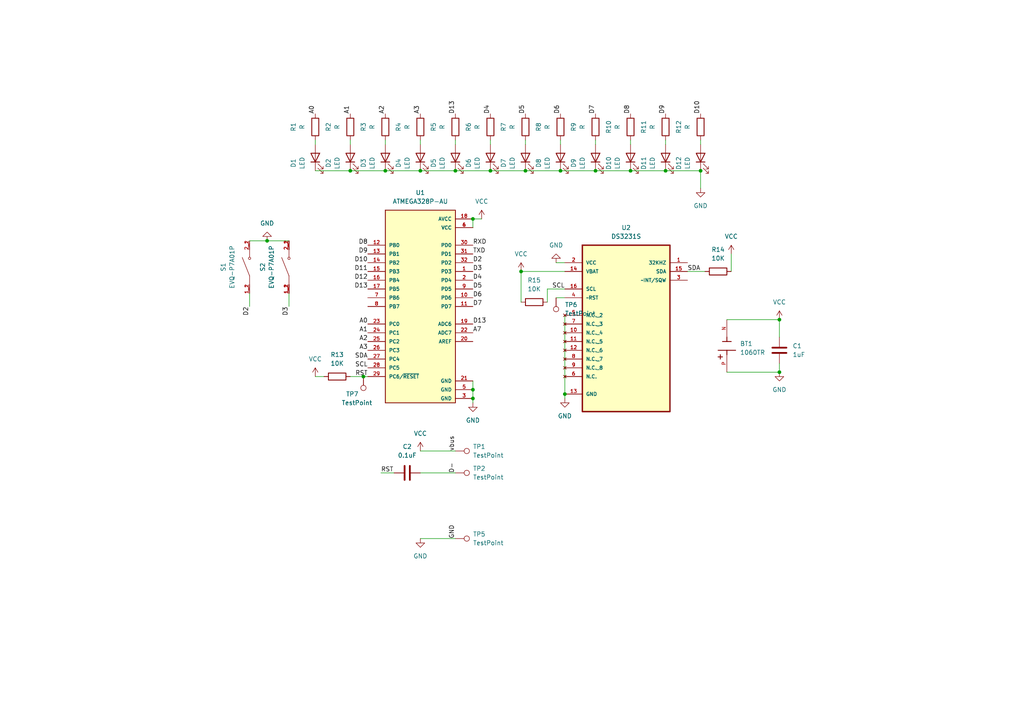
<source format=kicad_sch>
(kicad_sch (version 20230121) (generator eeschema)
  (paper "A4")
  (lib_symbols
    (symbol "Connector:TestPoint" (pin_numbers hide) (pin_names (offset 0.762) hide)
      (property "Reference" "TP" (at 0 6.858 0))
      (property "Value" "TestPoint" (at 0 5.08 0))
      (symbol "TestPoint_0_1"
        (circle (center 0 3.302) (radius 0.762))
      )
      (symbol "TestPoint_1_1"
        (pin passive line (at 0 0 90) (length 2.54) (name "1") (number "1"))
      )
    )
    (symbol "Device:C" (pin_numbers hide) (pin_names (offset 0.254))
      (property "Reference" "C" (at 0.635 2.54 0))
      (property "Value" "C" (at 0.635 -2.54 0))
      (symbol "C_0_1"
        (polyline (pts (xy -2.032 -0.762) (xy 2.032 -0.762)) (stroke (width 0.508)))
        (polyline (pts (xy -2.032 0.762) (xy 2.032 0.762)) (stroke (width 0.508)))
      )
      (symbol "C_1_1"
        (pin passive line (at 0 3.81 270) (length 2.794) (name "~") (number "1"))
        (pin passive line (at 0 -3.81 90) (length 2.794) (name "~") (number "2"))
      )
    )
    (symbol "Device:LED" (pin_numbers hide) (pin_names (offset 1.016) hide)
      (property "Reference" "D" (at 0 2.54 0))
      (property "Value" "LED" (at 0 -2.54 0))
      (symbol "LED_0_1"
        (polyline (pts (xy -1.27 -1.27) (xy -1.27 1.27)) (stroke (width 0.254)))
        (polyline (pts (xy -1.27 0) (xy 1.27 0)))
        (polyline (pts (xy 1.27 -1.27) (xy 1.27 1.27) (xy -1.27 0) (xy 1.27 -1.27)) (stroke (width 0.254)))
        (polyline (pts (xy -3.048 -0.762) (xy -4.572 -2.286) (xy -3.81 -2.286) (xy -4.572 -2.286) (xy -4.572 -1.524)))
        (polyline (pts (xy -1.778 -0.762) (xy -3.302 -2.286) (xy -2.54 -2.286) (xy -3.302 -2.286) (xy -3.302 -1.524)))
      )
      (symbol "LED_1_1"
        (pin passive line (at -3.81 0 0) (length 2.54) (name "K") (number "1"))
        (pin passive line (at 3.81 0 180) (length 2.54) (name "A") (number "2"))
      )
    )
    (symbol "Device:R" (pin_numbers hide) (pin_names (offset 0))
      (property "Reference" "R" (at 2.032 0 90))
      (property "Value" "R" (at 0 0 90))
      (symbol "R_0_1"
        (rectangle (start -1.016 -2.54) (end 1.016 2.54) (stroke (width 0.254)))
      )
      (symbol "R_1_1"
        (pin passive line (at 0 3.81 270) (length 1.27) (name "~") (number "1"))
        (pin passive line (at 0 -3.81 90) (length 1.27) (name "~") (number "2"))
      )
    )
    (symbol "IO_watch_cat_ball:1060TR" (pin_names (offset 1.016))
      (property "Reference" "BT" (at -3.81 3.81 0))
      (property "Value" "1060TR" (at -3.81 -5.08 0))
      (symbol "1060TR_0_0"
        (polyline (pts (xy -3.81 1.905) (xy -2.54 1.905)) (stroke (width 0.254)))
        (polyline (pts (xy -3.175 2.54) (xy -3.175 1.27)) (stroke (width 0.254)))
        (polyline (pts (xy -1.27 0) (xy -2.54 0)) (stroke (width 0.254)))
        (polyline (pts (xy -1.27 0) (xy -1.27 -2.54)) (stroke (width 0.254)))
        (polyline (pts (xy -1.27 2.54) (xy -1.27 0)) (stroke (width 0.254)))
        (polyline (pts (xy 1.27 0) (xy 1.27 -1.27)) (stroke (width 0.254)))
        (polyline (pts (xy 1.27 0) (xy 2.54 0)) (stroke (width 0.254)))
        (polyline (pts (xy 1.27 1.27) (xy 1.27 0)) (stroke (width 0.254)))
        (pin passive line (at 7.62 0 180) (length 5.08) (name "~") (number "N"))
        (pin passive line (at -7.62 0 0) (length 5.08) (name "~") (number "P"))
      )
    )
    (symbol "IO_watch_cat_ball:ATMEGA328P-AU" (pin_names (offset 1.016))
      (property "Reference" "U" (at -10.1755 29.2546 0))
      (property "Value" "ATMEGA328P-AU" (at -10.1669 -31.7714 0))
      (symbol "ATMEGA328P-AU_0_0"
        (rectangle (start -10.16 -27.94) (end 10.16 27.94) (stroke (width 0.254)) (fill (type background)))
        (pin bidirectional line (at 15.24 10.16 180) (length 5.08) (name "PD3") (number "1"))
        (pin bidirectional line (at 15.24 2.54 180) (length 5.08) (name "PD6") (number "10"))
        (pin bidirectional line (at 15.24 0 180) (length 5.08) (name "PD7") (number "11"))
        (pin bidirectional line (at -15.24 17.78 0) (length 5.08) (name "PB0") (number "12"))
        (pin bidirectional line (at -15.24 15.24 0) (length 5.08) (name "PB1") (number "13"))
        (pin bidirectional line (at -15.24 12.7 0) (length 5.08) (name "PB2") (number "14"))
        (pin bidirectional line (at -15.24 10.16 0) (length 5.08) (name "PB3") (number "15"))
        (pin bidirectional line (at -15.24 7.62 0) (length 5.08) (name "PB4") (number "16"))
        (pin bidirectional line (at -15.24 5.08 0) (length 5.08) (name "PB5") (number "17"))
        (pin power_in line (at 15.24 25.4 180) (length 5.08) (name "AVCC") (number "18"))
        (pin bidirectional line (at 15.24 -5.08 180) (length 5.08) (name "ADC6") (number "19"))
        (pin bidirectional line (at 15.24 7.62 180) (length 5.08) (name "PD4") (number "2"))
        (pin input line (at 15.24 -10.16 180) (length 5.08) (name "AREF") (number "20"))
        (pin bidirectional line (at 15.24 -7.62 180) (length 5.08) (name "ADC7") (number "22"))
        (pin bidirectional line (at -15.24 -5.08 0) (length 5.08) (name "PC0") (number "23"))
        (pin bidirectional line (at -15.24 -7.62 0) (length 5.08) (name "PC1") (number "24"))
        (pin bidirectional line (at -15.24 -10.16 0) (length 5.08) (name "PC2") (number "25"))
        (pin bidirectional line (at -15.24 -12.7 0) (length 5.08) (name "PC3") (number "26"))
        (pin bidirectional line (at -15.24 -15.24 0) (length 5.08) (name "PC4") (number "27"))
        (pin bidirectional line (at -15.24 -17.78 0) (length 5.08) (name "PC5") (number "28"))
        (pin bidirectional line (at -15.24 -20.32 0) (length 5.08) (name "PC6/~{RESET}") (number "29"))
        (pin power_in line (at 15.24 -26.67 180) (length 5.08) (name "GND") (number "3"))
        (pin bidirectional line (at 15.24 17.78 180) (length 5.08) (name "PD0") (number "30"))
        (pin bidirectional line (at 15.24 15.24 180) (length 5.08) (name "PD1") (number "31"))
        (pin bidirectional line (at 15.24 12.7 180) (length 5.08) (name "PD2") (number "32"))
        (pin power_in line (at 15.24 22.86 180) (length 5.08) (name "VCC") (number "4"))
        (pin power_in line (at 15.24 -24.13 180) (length 5.08) (name "GND") (number "5"))
        (pin power_in line (at 15.24 22.86 180) (length 5.08) (name "VCC") (number "6"))
        (pin bidirectional line (at -15.24 2.54 0) (length 5.08) (name "PB6") (number "7"))
        (pin bidirectional line (at -15.24 0 0) (length 5.08) (name "PB7") (number "8"))
        (pin bidirectional line (at 15.24 5.08 180) (length 5.08) (name "PD5") (number "9"))
      )
      (symbol "ATMEGA328P-AU_1_0"
        (pin power_in line (at 15.24 -21.59 180) (length 5.08) (name "GND") (number "21"))
      )
    )
    (symbol "IO_watch_cat_ball:DS3231S" (pin_names (offset 1.016))
      (property "Reference" "U" (at -4.8776 22.6099 0))
      (property "Value" "DS3231S" (at -4.8528 -31.1243 0))
      (symbol "DS3231S_0_0"
        (rectangle (start -12.7 -27.94) (end 12.7 20.32) (stroke (width 0.4064)) (fill (type background)))
        (pin output line (at 17.78 15.24 180) (length 5.08) (name "32KHZ") (number "1"))
        (pin no_connect line (at -17.78 -5.08 0) (length 5.08) (name "N.C._4") (number "10"))
        (pin no_connect line (at -17.78 -7.62 0) (length 5.08) (name "N.C._5") (number "11"))
        (pin no_connect line (at -17.78 -10.16 0) (length 5.08) (name "N.C._6") (number "12"))
        (pin passive line (at -17.78 -22.86 0) (length 5.08) (name "GND") (number "13"))
        (pin power_in line (at -17.78 12.7 0) (length 5.08) (name "VBAT") (number "14"))
        (pin bidirectional line (at 17.78 12.7 180) (length 5.08) (name "SDA") (number "15"))
        (pin input line (at -17.78 7.62 0) (length 5.08) (name "SCL") (number "16"))
        (pin power_in line (at -17.78 15.24 0) (length 5.08) (name "VCC") (number "2"))
        (pin output line (at 17.78 10.16 180) (length 5.08) (name "~INT/SQW") (number "3"))
        (pin bidirectional line (at -17.78 5.08 0) (length 5.08) (name "~RST") (number "4"))
        (pin no_connect line (at -17.78 0 0) (length 5.08) (name "N.C._2") (number "5"))
        (pin no_connect line (at -17.78 -17.78 0) (length 5.08) (name "N.C.") (number "6"))
        (pin no_connect line (at -17.78 -2.54 0) (length 5.08) (name "N.C._3") (number "7"))
        (pin no_connect line (at -17.78 -12.7 0) (length 5.08) (name "N.C._7") (number "8"))
        (pin no_connect line (at -17.78 -15.24 0) (length 5.08) (name "N.C._8") (number "9"))
      )
    )
    (symbol "IO_watch_cat_ball:EVQ-P7A01P" (pin_names (offset 1.016))
      (property "Reference" "S" (at -2.54 2.54 0))
      (property "Value" "EVQ-P7A01P" (at -2.54 -2.54 0))
      (symbol "EVQ-P7A01P_0_0"
        (polyline (pts (xy -2.54 0) (xy -5.08 0)) (stroke (width 0.1524)))
        (polyline (pts (xy 5.08 0) (xy 2.921 0)) (stroke (width 0.1524)))
        (circle (center 2.54 0) (radius 0.3302) (stroke (width 0.1524)))
        (pin passive line (at -7.62 0 0) (length 2.54) (name "~") (number "1_1"))
        (pin passive line (at -7.62 0 0) (length 2.54) (name "~") (number "1_2"))
        (pin passive line (at 7.62 0 180) (length 2.54) (name "~") (number "2_1"))
        (pin passive line (at 7.62 0 180) (length 2.54) (name "~") (number "2_2"))
      )
      (symbol "EVQ-P7A01P_1_0"
        (polyline (pts (xy -2.54 0) (xy 2.794 2.1336)) (stroke (width 0.1524)))
      )
    )
    (symbol "power:GND" (power) (pin_names (offset 0))
      (property "Value" "GND" (at 0 -3.81 0))
      (symbol "GND_0_1"
        (polyline (pts (xy 0 0) (xy 0 -1.27) (xy 1.27 -1.27) (xy 0 -2.54) (xy -1.27 -1.27) (xy 0 -1.27)))
      )
      (symbol "GND_1_1"
        (pin power_in line (at 0 0 270) (length 0) hide (name "GND") (number "1"))
      )
    )
    (symbol "power:VCC" (power) (pin_names (offset 0))
      (property "Value" "VCC" (at 0 3.81 0))
      (symbol "VCC_0_1"
        (polyline (pts (xy -0.762 1.27) (xy 0 2.54)))
        (polyline (pts (xy 0 0) (xy 0 2.54)))
        (polyline (pts (xy 0 2.54) (xy 0.762 1.27)))
      )
      (symbol "VCC_1_1"
        (pin power_in line (at 0 0 90) (length 0) hide (name "VCC") (number "1"))
      )
    )
  )
  (junction (at 193.04 49.53))
  (junction (at 137.16 63.5))
  (junction (at 105.41 109.22))
  (junction (at 226.06 107.95))
  (junction (at 132.08 49.53))
  (junction (at 121.92 49.53))
  (junction (at 137.16 113.03))
  (junction (at 226.06 92.71))
  (junction (at 101.6 49.53))
  (junction (at 182.88 49.53))
  (junction (at 151.13 78.74))
  (junction (at 111.76 49.53))
  (junction (at 137.16 115.57))
  (junction (at 152.4 49.53))
  (junction (at 142.24 49.53))
  (junction (at 162.56 49.53))
  (junction (at 163.83 114.3))
  (junction (at 172.72 49.53))
  (junction (at 77.47 69.85))
  (junction (at 203.2 49.53))
  (wire (pts (xy 91.44 49.53) (xy 101.6 49.53)))
  (wire (pts (xy 151.13 78.74) (xy 163.83 78.74)))
  (wire (pts (xy 91.44 40.64) (xy 91.44 41.91)))
  (wire (pts (xy 137.16 110.49) (xy 137.16 113.03)))
  (wire (pts (xy 151.13 78.74) (xy 151.13 87.63)))
  (wire (pts (xy 152.4 40.64) (xy 152.4 41.91)))
  (wire (pts (xy 158.75 87.63) (xy 158.75 83.82)))
  (wire (pts (xy 199.39 78.74) (xy 204.47 78.74)))
  (wire (pts (xy 182.88 40.64) (xy 182.88 41.91)))
  (wire (pts (xy 210.82 92.71) (xy 226.06 92.71)))
  (wire (pts (xy 193.04 49.53) (xy 203.2 49.53)))
  (wire (pts (xy 163.83 114.3) (xy 163.83 115.57)))
  (wire (pts (xy 137.16 113.03) (xy 137.16 115.57)))
  (wire (pts (xy 121.92 156.21) (xy 132.08 156.21)))
  (wire (pts (xy 121.92 137.16) (xy 132.08 137.16)))
  (wire (pts (xy 142.24 40.64) (xy 142.24 41.91)))
  (wire (pts (xy 77.47 69.85) (xy 83.82 69.85)))
  (wire (pts (xy 132.08 40.64) (xy 132.08 41.91)))
  (wire (pts (xy 226.06 107.95) (xy 226.06 105.41)))
  (wire (pts (xy 203.2 49.53) (xy 203.2 54.61)))
  (wire (pts (xy 111.76 49.53) (xy 121.92 49.53)))
  (wire (pts (xy 101.6 40.64) (xy 101.6 41.91)))
  (wire (pts (xy 162.56 40.64) (xy 162.56 41.91)))
  (wire (pts (xy 132.08 49.53) (xy 142.24 49.53)))
  (wire (pts (xy 210.82 107.95) (xy 226.06 107.95)))
  (wire (pts (xy 182.88 49.53) (xy 193.04 49.53)))
  (wire (pts (xy 137.16 63.5) (xy 137.16 66.04)))
  (wire (pts (xy 152.4 49.53) (xy 162.56 49.53)))
  (wire (pts (xy 111.76 40.64) (xy 111.76 41.91)))
  (wire (pts (xy 110.49 137.16) (xy 114.3 137.16)))
  (wire (pts (xy 212.09 73.66) (xy 212.09 78.74)))
  (wire (pts (xy 91.44 109.22) (xy 93.98 109.22)))
  (wire (pts (xy 158.75 83.82) (xy 163.83 83.82)))
  (wire (pts (xy 226.06 92.71) (xy 226.06 97.79)))
  (wire (pts (xy 162.56 49.53) (xy 172.72 49.53)))
  (wire (pts (xy 121.92 130.81) (xy 132.08 130.81)))
  (wire (pts (xy 72.39 85.09) (xy 72.39 88.9)))
  (wire (pts (xy 83.82 85.09) (xy 83.82 88.9)))
  (wire (pts (xy 101.6 49.53) (xy 111.76 49.53)))
  (wire (pts (xy 121.92 40.64) (xy 121.92 41.91)))
  (wire (pts (xy 172.72 40.64) (xy 172.72 41.91)))
  (wire (pts (xy 72.39 69.85) (xy 77.47 69.85)))
  (wire (pts (xy 121.92 49.53) (xy 132.08 49.53)))
  (wire (pts (xy 161.29 86.36) (xy 163.83 86.36)))
  (wire (pts (xy 163.83 91.44) (xy 163.83 114.3)))
  (wire (pts (xy 161.29 76.2) (xy 163.83 76.2)))
  (wire (pts (xy 203.2 40.64) (xy 203.2 41.91)))
  (wire (pts (xy 193.04 40.64) (xy 193.04 41.91)))
  (wire (pts (xy 142.24 49.53) (xy 152.4 49.53)))
  (wire (pts (xy 137.16 115.57) (xy 137.16 116.84)))
  (wire (pts (xy 137.16 63.5) (xy 139.7 63.5)))
  (wire (pts (xy 172.72 49.53) (xy 182.88 49.53)))
  (wire (pts (xy 105.41 109.22) (xy 106.68 109.22)))
  (wire (pts (xy 101.6 109.22) (xy 105.41 109.22)))
  (label "SCL" (at 163.83 83.82 180))
  (label "A3" (at 106.68 101.6 180))
  (label "D5" (at 137.16 83.82 0))
  (label "D10" (at 106.68 76.2 180))
  (label "A1" (at 106.68 96.52 180))
  (label "D2" (at 137.16 76.2 0))
  (label "D4" (at 142.24 33.02 90))
  (label "D3" (at 137.16 78.74 0))
  (label "vbus" (at 132.08 130.81 90))
  (label "D8" (at 182.88 33.02 90))
  (label "SDA" (at 106.68 104.14 180))
  (label "A0" (at 106.68 93.98 180))
  (label "A2" (at 111.76 33.02 90))
  (label "A1" (at 101.6 33.02 90))
  (label "GND" (at 132.08 156.21 90))
  (label "D11" (at 106.68 78.74 180))
  (label "D9" (at 106.68 73.66 180))
  (label "D13" (at 137.16 93.98 0))
  (label "D10" (at 203.2 33.02 90))
  (label "RXD" (at 137.16 71.12 0))
  (label "D7" (at 172.72 33.02 90))
  (label "TXD" (at 137.16 73.66 0))
  (label "RST" (at 110.49 137.16 0))
  (label "D13" (at 132.08 33.02 90))
  (label "A2" (at 106.68 99.06 180))
  (label "RST" (at 106.68 109.22 180))
  (label "D4" (at 137.16 81.28 0))
  (label "D6" (at 137.16 86.36 0))
  (label "A3" (at 121.92 33.02 90))
  (label "D7" (at 137.16 88.9 0))
  (label "D13" (at 106.68 83.82 180))
  (label "D12" (at 106.68 81.28 180))
  (label "SCL" (at 106.68 106.68 180))
  (label "D-" (at 132.08 137.16 90))
  (label "D6" (at 162.56 33.02 90))
  (label "D3" (at 83.82 88.9 270))
  (label "D9" (at 193.04 33.02 90))
  (label "A7" (at 137.16 96.52 0))
  (label "D8" (at 106.68 71.12 180))
  (label "SDA" (at 199.39 78.74 0))
  (label "D2" (at 72.39 88.9 270))
  (label "D5" (at 152.4 33.02 90))
  (label "A0" (at 91.44 33.02 90))
  (symbol (lib_id "power:GND") (at 137.16 116.84 0) (unit 1)
    (property "Reference" "#PWR04" (effects hide))
    (property "Value" "GND" (at 137.16 121.92 0))
  )
  (symbol (lib_id "power:VCC") (at 91.44 109.22 0) (unit 1)
    (property "Reference" "#PWR03" (effects hide))
    (property "Value" "VCC" (at 91.44 104.14 0))
  )
  (symbol (lib_id "power:GND") (at 121.92 156.21 0) (unit 1)
    (property "Reference" "#PWR013" (effects hide))
    (property "Value" "GND" (at 121.92 161.29 0))
  )
  (symbol (lib_id "power:GND") (at 203.2 54.61 0) (unit 1)
    (property "Reference" "#PWR01" (effects hide))
    (property "Value" "GND" (at 203.2 59.69 0))
  )
  (symbol (lib_id "power:GND") (at 161.29 76.2 180) (unit 1)
    (property "Reference" "#PWR06" (effects hide))
    (property "Value" "GND" (at 161.29 71.12 0))
  )
  (symbol (lib_id "Device:R") (at 193.04 36.83 180) (unit 1)
    (property "Reference" "R11" (at 186.69 36.83 90))
    (property "Value" "R" (at 189.23 36.83 90))
    (property "Footprint" "Resistor_SMD:R_0603_1608Metric" (effects hide))
  )
  (symbol (lib_id "Device:C") (at 118.11 137.16 90) (unit 1)
    (property "Reference" "C2" (at 118.11 129.54 90))
    (property "Value" "0.1uF" (at 118.11 132.08 90))
    (property "Footprint" "Capacitor_SMD:C_0805_2012Metric" (effects hide))
  )
  (symbol (lib_id "IO_watch_cat_ball:ATMEGA328P-AU") (at 121.92 88.9 0) (unit 1)
    (property "Reference" "U1" (at 121.92 55.88 0))
    (property "Value" "ATMEGA328P-AU" (at 121.92 58.42 0))
    (property "Footprint" "IO_watch_cat_ball:atmega328P_shinked" (effects hide))
  )
  (symbol (lib_id "IO_watch_cat_ball:EVQ-P7A01P") (at 83.82 77.47 90) (unit 1)
    (property "Reference" "S2" (at 76.2 77.47 0))
    (property "Value" "EVQ-P7A01P" (at 78.74 77.47 0))
    (property "Footprint" "IO_watch_cat_ball:SW_EVQ-P7A01P" (effects hide))
  )
  (symbol (lib_id "IO_watch_cat_ball:DS3231S") (at 181.61 91.44 0) (unit 1)
    (property "Reference" "U2" (at 181.61 66.04 0))
    (property "Value" "DS3231S" (at 181.61 68.58 0))
    (property "Footprint" "IO_watch_cat_ball:DS3231" (effects hide))
  )
  (symbol (lib_id "Connector:TestPoint") (at 132.08 137.16 270) (unit 1)
    (property "Reference" "TP2" (at 137.16 135.89 90) (effects (justify left)))
    (property "Value" "TestPoint" (at 137.16 138.43 90) (effects (justify left)))
    (property "Footprint" "TestPoint:TestPoint_Pad_D1.0mm" (effects hide))
  )
  (symbol (lib_id "Device:R") (at 162.56 36.83 180) (unit 1)
    (property "Reference" "R8" (at 156.21 36.83 90))
    (property "Value" "R" (at 158.75 36.83 90))
    (property "Footprint" "Resistor_SMD:R_0603_1608Metric" (effects hide))
  )
  (symbol (lib_id "Device:R") (at 182.88 36.83 180) (unit 1)
    (property "Reference" "R10" (at 176.53 36.83 90))
    (property "Value" "R" (at 179.07 36.83 90))
    (property "Footprint" "Resistor_SMD:R_0603_1608Metric" (effects hide))
  )
  (symbol (lib_id "power:GND") (at 163.83 115.57 0) (unit 1)
    (property "Reference" "#PWR05" (effects hide))
    (property "Value" "GND" (at 163.83 120.65 0))
  )
  (symbol (lib_id "power:GND") (at 226.06 107.95 0) (unit 1)
    (property "Reference" "#PWR010" (effects hide))
    (property "Value" "GND" (at 226.06 113.03 0))
  )
  (symbol (lib_id "Device:LED") (at 91.44 45.72 90) (unit 1)
    (property "Reference" "D1" (at 85.09 47.3075 0))
    (property "Value" "LED" (at 87.63 47.3075 0))
    (property "Footprint" "LED_SMD:LED_0603_1608Metric" (effects hide))
  )
  (symbol (lib_id "Device:LED") (at 111.76 45.72 90) (unit 1)
    (property "Reference" "D3" (at 105.41 47.3075 0))
    (property "Value" "LED" (at 107.95 47.3075 0))
    (property "Footprint" "LED_SMD:LED_0603_1608Metric" (effects hide))
  )
  (symbol (lib_id "Device:LED") (at 101.6 45.72 90) (unit 1)
    (property "Reference" "D2" (at 95.25 47.3075 0))
    (property "Value" "LED" (at 97.79 47.3075 0))
    (property "Footprint" "LED_SMD:LED_0603_1608Metric" (effects hide))
  )
  (symbol (lib_id "Device:LED") (at 172.72 45.72 90) (unit 1)
    (property "Reference" "D9" (at 166.37 47.3075 0))
    (property "Value" "LED" (at 168.91 47.3075 0))
    (property "Footprint" "LED_SMD:LED_0603_1608Metric" (effects hide))
  )
  (symbol (lib_id "power:VCC") (at 212.09 73.66 0) (unit 1)
    (property "Reference" "#PWR08" (effects hide))
    (property "Value" "VCC" (at 212.09 68.58 0))
  )
  (symbol (lib_id "power:VCC") (at 151.13 78.74 0) (unit 1)
    (property "Reference" "#PWR07" (effects hide))
    (property "Value" "VCC" (at 151.13 73.66 0))
  )
  (symbol (lib_id "Device:LED") (at 203.2 45.72 90) (unit 1)
    (property "Reference" "D12" (at 196.85 47.3075 0))
    (property "Value" "LED" (at 199.39 47.3075 0))
    (property "Footprint" "LED_SMD:LED_0603_1608Metric" (effects hide))
  )
  (symbol (lib_id "Device:R") (at 121.92 36.83 180) (unit 1)
    (property "Reference" "R4" (at 115.57 36.83 90))
    (property "Value" "R" (at 118.11 36.83 90))
    (property "Footprint" "Resistor_SMD:R_0603_1608Metric" (effects hide))
  )
  (symbol (lib_id "Device:LED") (at 193.04 45.72 90) (unit 1)
    (property "Reference" "D11" (at 186.69 47.3075 0))
    (property "Value" "LED" (at 189.23 47.3075 0))
    (property "Footprint" "LED_SMD:LED_0603_1608Metric" (effects hide))
  )
  (symbol (lib_id "Device:R") (at 154.94 87.63 270) (unit 1)
    (property "Reference" "R15" (at 154.94 81.28 90))
    (property "Value" "10K" (at 154.94 83.82 90))
    (property "Footprint" "Resistor_SMD:R_0603_1608Metric" (effects hide))
  )
  (symbol (lib_id "power:VCC") (at 226.06 92.71 0) (unit 1)
    (property "Reference" "#PWR09" (effects hide))
    (property "Value" "VCC" (at 226.06 87.63 0))
  )
  (symbol (lib_id "Device:R") (at 152.4 36.83 180) (unit 1)
    (property "Reference" "R7" (at 146.05 36.83 90))
    (property "Value" "R" (at 148.59 36.83 90))
    (property "Footprint" "Resistor_SMD:R_0603_1608Metric" (effects hide))
  )
  (symbol (lib_id "Device:LED") (at 152.4 45.72 90) (unit 1)
    (property "Reference" "D7" (at 146.05 47.3075 0))
    (property "Value" "LED" (at 148.59 47.3075 0))
    (property "Footprint" "LED_SMD:LED_0603_1608Metric" (effects hide))
  )
  (symbol (lib_id "Device:LED") (at 132.08 45.72 90) (unit 1)
    (property "Reference" "D5" (at 125.73 47.3075 0))
    (property "Value" "LED" (at 128.27 47.3075 0))
    (property "Footprint" "LED_SMD:LED_0603_1608Metric" (effects hide))
  )
  (symbol (lib_id "Device:R") (at 111.76 36.83 180) (unit 1)
    (property "Reference" "R3" (at 105.41 36.83 90))
    (property "Value" "R" (at 107.95 36.83 90))
    (property "Footprint" "Resistor_SMD:R_0603_1608Metric" (effects hide))
  )
  (symbol (lib_id "Device:LED") (at 142.24 45.72 90) (unit 1)
    (property "Reference" "D6" (at 135.89 47.3075 0))
    (property "Value" "LED" (at 138.43 47.3075 0))
    (property "Footprint" "LED_SMD:LED_0603_1608Metric" (effects hide))
  )
  (symbol (lib_id "Device:R") (at 132.08 36.83 180) (unit 1)
    (property "Reference" "R5" (at 125.73 36.83 90))
    (property "Value" "R" (at 128.27 36.83 90))
    (property "Footprint" "Resistor_SMD:R_0603_1608Metric" (effects hide))
  )
  (symbol (lib_id "Device:R") (at 172.72 36.83 180) (unit 1)
    (property "Reference" "R9" (at 166.37 36.83 90))
    (property "Value" "R" (at 168.91 36.83 90))
    (property "Footprint" "Resistor_SMD:R_0603_1608Metric" (effects hide))
  )
  (symbol (lib_id "Connector:TestPoint") (at 132.08 130.81 270) (unit 1)
    (property "Reference" "TP1" (at 137.16 129.54 90) (effects (justify left)))
    (property "Value" "TestPoint" (at 137.16 132.08 90) (effects (justify left)))
    (property "Footprint" "TestPoint:TestPoint_Pad_D1.0mm" (effects hide))
  )
  (symbol (lib_id "Device:R") (at 91.44 36.83 180) (unit 1)
    (property "Reference" "R1" (at 85.09 36.83 90))
    (property "Value" "R" (at 87.63 36.83 90))
    (property "Footprint" "Resistor_SMD:R_0603_1608Metric" (effects hide))
  )
  (symbol (lib_id "IO_watch_cat_ball:EVQ-P7A01P") (at 72.39 77.47 90) (unit 1)
    (property "Reference" "S1" (at 64.77 77.47 0))
    (property "Value" "EVQ-P7A01P" (at 67.31 77.47 0))
    (property "Footprint" "IO_watch_cat_ball:SW_EVQ-P7A01P" (effects hide))
  )
  (symbol (lib_id "Connector:TestPoint") (at 161.29 86.36 180) (unit 1)
    (property "Reference" "TP6" (at 163.83 88.392 0) (effects (justify right)))
    (property "Value" "TestPoint" (at 163.83 90.932 0) (effects (justify right)))
    (property "Footprint" "TestPoint:TestPoint_Pad_D1.0mm" (effects hide))
  )
  (symbol (lib_id "Device:LED") (at 121.92 45.72 90) (unit 1)
    (property "Reference" "D4" (at 115.57 47.3075 0))
    (property "Value" "LED" (at 118.11 47.3075 0))
    (property "Footprint" "LED_SMD:LED_0603_1608Metric" (effects hide))
  )
  (symbol (lib_id "Device:LED") (at 162.56 45.72 90) (unit 1)
    (property "Reference" "D8" (at 156.21 47.3075 0))
    (property "Value" "LED" (at 158.75 47.3075 0))
    (property "Footprint" "LED_SMD:LED_0603_1608Metric" (effects hide))
  )
  (symbol (lib_id "Device:R") (at 97.79 109.22 270) (unit 1)
    (property "Reference" "R13" (at 97.79 102.87 90))
    (property "Value" "10K" (at 97.79 105.41 90))
    (property "Footprint" "Resistor_SMD:R_0603_1608Metric" (effects hide))
  )
  (symbol (lib_id "Device:C") (at 226.06 101.6 0) (unit 1)
    (property "Reference" "C1" (at 229.87 100.33 0) (effects (justify left)))
    (property "Value" "1uF" (at 229.87 102.87 0) (effects (justify left)))
    (property "Footprint" "Capacitor_SMD:C_0805_2012Metric" (effects hide))
  )
  (symbol (lib_id "Device:R") (at 101.6 36.83 180) (unit 1)
    (property "Reference" "R2" (at 95.25 36.83 90))
    (property "Value" "R" (at 97.79 36.83 90))
    (property "Footprint" "Resistor_SMD:R_0603_1608Metric" (effects hide))
  )
  (symbol (lib_id "Connector:TestPoint") (at 105.41 109.22 180) (unit 1)
    (property "Reference" "TP7" (at 100.33 114.3 0) (effects (justify right)))
    (property "Value" "TestPoint" (at 99.06 116.84 0) (effects (justify right)))
    (property "Footprint" "TestPoint:TestPoint_Pad_D1.0mm" (effects hide))
  )
  (symbol (lib_id "power:GND") (at 77.47 69.85 180) (unit 1)
    (property "Reference" "#PWR011" (effects hide))
    (property "Value" "GND" (at 77.47 64.77 0))
  )
  (symbol (lib_id "Connector:TestPoint") (at 132.08 156.21 270) (unit 1)
    (property "Reference" "TP5" (at 137.16 154.94 90) (effects (justify left)))
    (property "Value" "TestPoint" (at 137.16 157.48 90) (effects (justify left)))
    (property "Footprint" "TestPoint:TestPoint_Pad_D1.0mm" (effects hide))
  )
  (symbol (lib_id "power:VCC") (at 139.7 63.5 0) (unit 1)
    (property "Reference" "#PWR02" (effects hide))
    (property "Value" "VCC" (at 139.7 58.42 0))
  )
  (symbol (lib_id "IO_watch_cat_ball:1060TR") (at 210.82 100.33 90) (unit 1)
    (property "Reference" "BT1" (at 214.63 99.695 90) (effects (justify right)))
    (property "Value" "1060TR" (at 214.63 102.235 90) (effects (justify right)))
    (property "Footprint" "IO_watch_cat_ball:BAT_1060TR" (effects hide))
  )
  (symbol (lib_id "Device:R") (at 142.24 36.83 180) (unit 1)
    (property "Reference" "R6" (at 135.89 36.83 90))
    (property "Value" "R" (at 138.43 36.83 90))
    (property "Footprint" "Resistor_SMD:R_0603_1608Metric" (effects hide))
  )
  (symbol (lib_id "Device:R") (at 208.28 78.74 270) (unit 1)
    (property "Reference" "R14" (at 208.28 72.39 90))
    (property "Value" "10K" (at 208.28 74.93 90))
    (property "Footprint" "Resistor_SMD:R_0603_1608Metric" (effects hide))
  )
  (symbol (lib_id "Device:R") (at 203.2 36.83 180) (unit 1)
    (property "Reference" "R12" (at 196.85 36.83 90))
    (property "Value" "R" (at 199.39 36.83 90))
    (property "Footprint" "Resistor_SMD:R_0603_1608Metric" (effects hide))
  )
  (symbol (lib_id "Device:LED") (at 182.88 45.72 90) (unit 1)
    (property "Reference" "D10" (at 176.53 47.3075 0))
    (property "Value" "LED" (at 179.07 47.3075 0))
    (property "Footprint" "LED_SMD:LED_0603_1608Metric" (effects hide))
  )
  (symbol (lib_id "power:VCC") (at 121.92 130.81 0) (unit 1)
    (property "Reference" "#PWR012" (effects hide))
    (property "Value" "VCC" (at 121.92 125.73 0))
  )
)
</source>
